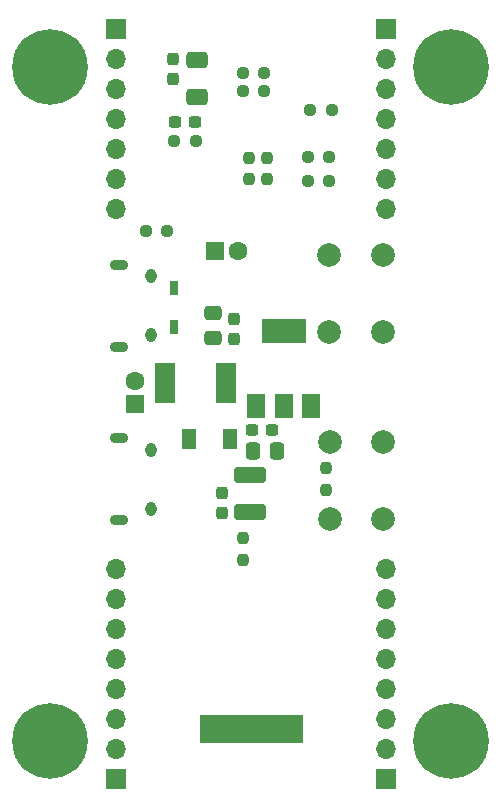
<source format=gbs>
%TF.GenerationSoftware,KiCad,Pcbnew,(6.0.8)*%
%TF.CreationDate,2023-01-13T13:27:25+01:00*%
%TF.ProjectId,NB-IoT_PCB_rev_1_1,4e422d49-6f54-45f5-9043-425f7265765f,rev?*%
%TF.SameCoordinates,Original*%
%TF.FileFunction,Soldermask,Bot*%
%TF.FilePolarity,Negative*%
%FSLAX46Y46*%
G04 Gerber Fmt 4.6, Leading zero omitted, Abs format (unit mm)*
G04 Created by KiCad (PCBNEW (6.0.8)) date 2023-01-13 13:27:25*
%MOMM*%
%LPD*%
G01*
G04 APERTURE LIST*
G04 Aperture macros list*
%AMRoundRect*
0 Rectangle with rounded corners*
0 $1 Rounding radius*
0 $2 $3 $4 $5 $6 $7 $8 $9 X,Y pos of 4 corners*
0 Add a 4 corners polygon primitive as box body*
4,1,4,$2,$3,$4,$5,$6,$7,$8,$9,$2,$3,0*
0 Add four circle primitives for the rounded corners*
1,1,$1+$1,$2,$3*
1,1,$1+$1,$4,$5*
1,1,$1+$1,$6,$7*
1,1,$1+$1,$8,$9*
0 Add four rect primitives between the rounded corners*
20,1,$1+$1,$2,$3,$4,$5,0*
20,1,$1+$1,$4,$5,$6,$7,0*
20,1,$1+$1,$6,$7,$8,$9,0*
20,1,$1+$1,$8,$9,$2,$3,0*%
G04 Aperture macros list end*
%ADD10RoundRect,0.237500X0.250000X0.237500X-0.250000X0.237500X-0.250000X-0.237500X0.250000X-0.237500X0*%
%ADD11C,0.800000*%
%ADD12C,6.400000*%
%ADD13RoundRect,0.237500X-0.237500X0.250000X-0.237500X-0.250000X0.237500X-0.250000X0.237500X0.250000X0*%
%ADD14RoundRect,0.237500X-0.300000X-0.237500X0.300000X-0.237500X0.300000X0.237500X-0.300000X0.237500X0*%
%ADD15R,1.700000X1.700000*%
%ADD16O,1.700000X1.700000*%
%ADD17O,0.950000X1.250000*%
%ADD18O,1.550000X0.890000*%
%ADD19R,1.600000X1.600000*%
%ADD20C,1.600000*%
%ADD21C,2.000000*%
%ADD22R,1.500000X2.000000*%
%ADD23R,3.800000X2.000000*%
%ADD24RoundRect,0.237500X-0.237500X0.300000X-0.237500X-0.300000X0.237500X-0.300000X0.237500X0.300000X0*%
%ADD25R,1.780000X3.500000*%
%ADD26RoundRect,0.237500X0.237500X-0.250000X0.237500X0.250000X-0.237500X0.250000X-0.237500X-0.250000X0*%
%ADD27RoundRect,0.250000X0.650000X-0.412500X0.650000X0.412500X-0.650000X0.412500X-0.650000X-0.412500X0*%
%ADD28RoundRect,0.250000X-1.100000X0.412500X-1.100000X-0.412500X1.100000X-0.412500X1.100000X0.412500X0*%
%ADD29R,1.300000X1.700000*%
%ADD30R,0.730000X1.210000*%
%ADD31RoundRect,0.250000X-0.475000X0.337500X-0.475000X-0.337500X0.475000X-0.337500X0.475000X0.337500X0*%
%ADD32RoundRect,0.250000X-0.337500X-0.475000X0.337500X-0.475000X0.337500X0.475000X-0.337500X0.475000X0*%
G04 APERTURE END LIST*
D10*
%TO.C,R16*%
X110937500Y-114050000D03*
X112762500Y-114050000D03*
%TD*%
D11*
%TO.C,H4*%
X128600000Y-111150000D03*
X130297056Y-115247056D03*
X130297056Y-111852944D03*
X131000000Y-113550000D03*
D12*
X128600000Y-113550000D03*
D11*
X128600000Y-115950000D03*
X126902944Y-111852944D03*
X126902944Y-115247056D03*
X126200000Y-113550000D03*
%TD*%
%TO.C,H3*%
X92200000Y-113550000D03*
X92902944Y-115247056D03*
X92902944Y-111852944D03*
X94600000Y-115950000D03*
D12*
X94600000Y-113550000D03*
D11*
X97000000Y-113550000D03*
X96297056Y-111852944D03*
X96297056Y-115247056D03*
X94600000Y-111150000D03*
%TD*%
%TO.C,H2*%
X94600000Y-168200000D03*
X96297056Y-172297056D03*
X96297056Y-168902944D03*
X97000000Y-170600000D03*
D12*
X94600000Y-170600000D03*
D11*
X94600000Y-173000000D03*
X92902944Y-168902944D03*
X92902944Y-172297056D03*
X92200000Y-170600000D03*
%TD*%
%TO.C,H1*%
X126200000Y-170600000D03*
X126902944Y-172297056D03*
X126902944Y-168902944D03*
X128600000Y-173000000D03*
D12*
X128600000Y-170600000D03*
D11*
X131000000Y-170600000D03*
X130297056Y-168902944D03*
X130297056Y-172297056D03*
X128600000Y-168200000D03*
%TD*%
D13*
%TO.C,R15*%
X111455200Y-121261500D03*
X111455200Y-123086500D03*
%TD*%
D14*
%TO.C,C6*%
X106892500Y-118220000D03*
X105167500Y-118220000D03*
%TD*%
D15*
%TO.C,J8*%
X100240000Y-110334000D03*
D16*
X100240000Y-112874000D03*
X100240000Y-115414000D03*
X100240000Y-117954000D03*
X100240000Y-120494000D03*
X100240000Y-123034000D03*
X100240000Y-125574000D03*
%TD*%
D15*
%TO.C,J7*%
X123100000Y-110334000D03*
D16*
X123100000Y-112874000D03*
X123100000Y-115414000D03*
X123100000Y-117954000D03*
X123100000Y-120494000D03*
X123100000Y-123034000D03*
X123100000Y-125574000D03*
%TD*%
D17*
%TO.C,J2*%
X103152400Y-150963000D03*
D18*
X100452400Y-144963000D03*
X100452400Y-151963000D03*
D17*
X103152400Y-145963000D03*
%TD*%
D19*
%TO.C,C5*%
X108569688Y-129184400D03*
D20*
X110569688Y-129184400D03*
%TD*%
D15*
%TO.C,J3*%
X123100000Y-173834000D03*
D16*
X123100000Y-171294000D03*
X123100000Y-168754000D03*
X123100000Y-166214000D03*
X123100000Y-163674000D03*
X123100000Y-161134000D03*
X123100000Y-158594000D03*
X123100000Y-156054000D03*
%TD*%
D19*
%TO.C,C3*%
X101803200Y-142128313D03*
D20*
X101803200Y-140128313D03*
%TD*%
D21*
%TO.C,RST1*%
X122777600Y-135994000D03*
X122777600Y-129494000D03*
X118277600Y-129494000D03*
X118277600Y-135994000D03*
%TD*%
%TO.C,BOOT1*%
X122798400Y-145340000D03*
X122798400Y-151840000D03*
X118298400Y-151840000D03*
X118298400Y-145340000D03*
%TD*%
D15*
%TO.C,J6*%
X100240000Y-173834000D03*
D16*
X100240000Y-171294000D03*
X100240000Y-168754000D03*
X100240000Y-166214000D03*
X100240000Y-163674000D03*
X100240000Y-161134000D03*
X100240000Y-158594000D03*
X100240000Y-156054000D03*
%TD*%
D17*
%TO.C,J1*%
X103152400Y-131307200D03*
X103152400Y-136307200D03*
D18*
X100452400Y-137307200D03*
X100452400Y-130307200D03*
%TD*%
D13*
%TO.C,R3*%
X110998000Y-153468700D03*
X110998000Y-155293700D03*
%TD*%
D22*
%TO.C,U2*%
X116701600Y-142240400D03*
X114401600Y-142240400D03*
D23*
X114401600Y-135940400D03*
D22*
X112101600Y-142240400D03*
%TD*%
D24*
%TO.C,C2*%
X109220000Y-149607100D03*
X109220000Y-151332100D03*
%TD*%
D25*
%TO.C,F1*%
X104319000Y-140309600D03*
X109549000Y-140309600D03*
%TD*%
D10*
%TO.C,R5*%
X118260500Y-121208800D03*
X116435500Y-121208800D03*
%TD*%
D26*
%TO.C,R7*%
X117957600Y-149350100D03*
X117957600Y-147525100D03*
%TD*%
D13*
%TO.C,R13*%
X113030000Y-121261500D03*
X113030000Y-123086500D03*
%TD*%
D27*
%TO.C,C9*%
X107035600Y-116116500D03*
X107035600Y-112991500D03*
%TD*%
D10*
%TO.C,R12*%
X104544500Y-127457200D03*
X102719500Y-127457200D03*
%TD*%
%TO.C,R6*%
X118463700Y-117195600D03*
X116638700Y-117195600D03*
%TD*%
D14*
%TO.C,C8*%
X111710300Y-144322800D03*
X113435300Y-144322800D03*
%TD*%
D10*
%TO.C,R14*%
X112748700Y-115646200D03*
X110923700Y-115646200D03*
%TD*%
D28*
%TO.C,C1*%
X111556800Y-148094300D03*
X111556800Y-151219300D03*
%TD*%
D10*
%TO.C,R4*%
X118260500Y-123190000D03*
X116435500Y-123190000D03*
%TD*%
D29*
%TO.C,D3*%
X106403200Y-145084800D03*
X109903200Y-145084800D03*
%TD*%
D30*
%TO.C,D2*%
X105156000Y-132264400D03*
X105156000Y-135624400D03*
%TD*%
D24*
%TO.C,C10*%
X105054400Y-112878700D03*
X105054400Y-114603700D03*
%TD*%
%TO.C,C11*%
X110185200Y-134875100D03*
X110185200Y-136600100D03*
%TD*%
D31*
%TO.C,C12*%
X108407200Y-134446100D03*
X108407200Y-136521100D03*
%TD*%
D10*
%TO.C,R9*%
X105159050Y-119840000D03*
X106984050Y-119840000D03*
%TD*%
D32*
%TO.C,C7*%
X111789300Y-146100800D03*
X113864300Y-146100800D03*
%TD*%
G36*
X116020121Y-168422002D02*
G01*
X116066614Y-168475658D01*
X116078000Y-168528000D01*
X116078000Y-170689000D01*
X116057998Y-170757121D01*
X116004342Y-170803614D01*
X115952000Y-170815000D01*
X107441000Y-170815000D01*
X107372879Y-170794998D01*
X107326386Y-170741342D01*
X107315000Y-170689000D01*
X107315000Y-168528000D01*
X107335002Y-168459879D01*
X107388658Y-168413386D01*
X107441000Y-168402000D01*
X115952000Y-168402000D01*
X116020121Y-168422002D01*
G37*
M02*

</source>
